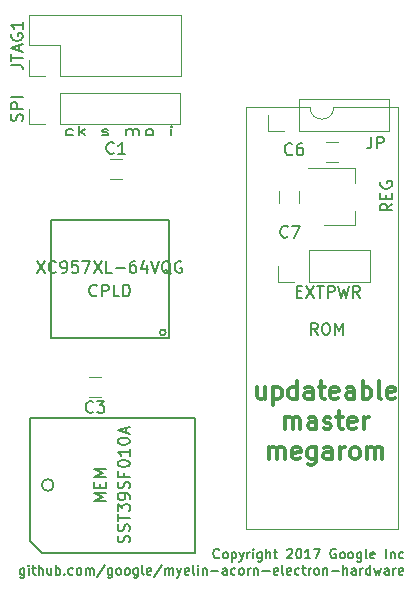
<source format=gto>
G04 #@! TF.FileFunction,Legend,Top*
%FSLAX46Y46*%
G04 Gerber Fmt 4.6, Leading zero omitted, Abs format (unit mm)*
G04 Created by KiCad (PCBNEW 4.0.6) date Saturday, October 28, 2017 'PMt' 05:20:16 PM*
%MOMM*%
%LPD*%
G01*
G04 APERTURE LIST*
%ADD10C,0.100000*%
%ADD11C,0.177800*%
%ADD12C,0.300000*%
%ADD13C,0.120000*%
%ADD14C,0.150000*%
G04 APERTURE END LIST*
D10*
D11*
X110119287Y-53988429D02*
X109998334Y-54024714D01*
X109756430Y-54024714D01*
X109635477Y-53988429D01*
X109575001Y-53952143D01*
X109514525Y-53879571D01*
X109514525Y-53661857D01*
X109575001Y-53589286D01*
X109635477Y-53553000D01*
X109756430Y-53516714D01*
X109998334Y-53516714D01*
X110119287Y-53553000D01*
X110663572Y-54024714D02*
X110663572Y-53262714D01*
X110784524Y-53734429D02*
X111147381Y-54024714D01*
X111147381Y-53516714D02*
X110663572Y-53807000D01*
X112598810Y-53988429D02*
X112719762Y-54024714D01*
X112961667Y-54024714D01*
X113082619Y-53988429D01*
X113143095Y-53915857D01*
X113143095Y-53879571D01*
X113082619Y-53807000D01*
X112961667Y-53770714D01*
X112780238Y-53770714D01*
X112659286Y-53734429D01*
X112598810Y-53661857D01*
X112598810Y-53625571D01*
X112659286Y-53553000D01*
X112780238Y-53516714D01*
X112961667Y-53516714D01*
X113082619Y-53553000D01*
X114655000Y-54024714D02*
X114655000Y-53516714D01*
X114655000Y-53589286D02*
X114715476Y-53553000D01*
X114836429Y-53516714D01*
X115017857Y-53516714D01*
X115138809Y-53553000D01*
X115199286Y-53625571D01*
X115199286Y-54024714D01*
X115199286Y-53625571D02*
X115259762Y-53553000D01*
X115380714Y-53516714D01*
X115562143Y-53516714D01*
X115683095Y-53553000D01*
X115743571Y-53625571D01*
X115743571Y-54024714D01*
X116529762Y-54024714D02*
X116408809Y-53988429D01*
X116348333Y-53952143D01*
X116287857Y-53879571D01*
X116287857Y-53661857D01*
X116348333Y-53589286D01*
X116408809Y-53553000D01*
X116529762Y-53516714D01*
X116711190Y-53516714D01*
X116832142Y-53553000D01*
X116892619Y-53589286D01*
X116953095Y-53661857D01*
X116953095Y-53879571D01*
X116892619Y-53952143D01*
X116832142Y-53988429D01*
X116711190Y-54024714D01*
X116529762Y-54024714D01*
X118465000Y-54024714D02*
X118465000Y-53516714D01*
X118465000Y-53262714D02*
X118404524Y-53299000D01*
X118465000Y-53335286D01*
X118525476Y-53299000D01*
X118465000Y-53262714D01*
X118465000Y-53335286D01*
X122516662Y-89756814D02*
X122478567Y-89794910D01*
X122364281Y-89833005D01*
X122288091Y-89833005D01*
X122173805Y-89794910D01*
X122097614Y-89718719D01*
X122059519Y-89642529D01*
X122021424Y-89490148D01*
X122021424Y-89375862D01*
X122059519Y-89223481D01*
X122097614Y-89147290D01*
X122173805Y-89071100D01*
X122288091Y-89033005D01*
X122364281Y-89033005D01*
X122478567Y-89071100D01*
X122516662Y-89109195D01*
X122973805Y-89833005D02*
X122897614Y-89794910D01*
X122859519Y-89756814D01*
X122821424Y-89680624D01*
X122821424Y-89452052D01*
X122859519Y-89375862D01*
X122897614Y-89337767D01*
X122973805Y-89299671D01*
X123088091Y-89299671D01*
X123164281Y-89337767D01*
X123202376Y-89375862D01*
X123240472Y-89452052D01*
X123240472Y-89680624D01*
X123202376Y-89756814D01*
X123164281Y-89794910D01*
X123088091Y-89833005D01*
X122973805Y-89833005D01*
X123583329Y-89299671D02*
X123583329Y-90099671D01*
X123583329Y-89337767D02*
X123659520Y-89299671D01*
X123811901Y-89299671D01*
X123888091Y-89337767D01*
X123926186Y-89375862D01*
X123964282Y-89452052D01*
X123964282Y-89680624D01*
X123926186Y-89756814D01*
X123888091Y-89794910D01*
X123811901Y-89833005D01*
X123659520Y-89833005D01*
X123583329Y-89794910D01*
X124230949Y-89299671D02*
X124421425Y-89833005D01*
X124611901Y-89299671D02*
X124421425Y-89833005D01*
X124345234Y-90023481D01*
X124307139Y-90061576D01*
X124230949Y-90099671D01*
X124916663Y-89833005D02*
X124916663Y-89299671D01*
X124916663Y-89452052D02*
X124954758Y-89375862D01*
X124992854Y-89337767D01*
X125069044Y-89299671D01*
X125145235Y-89299671D01*
X125411901Y-89833005D02*
X125411901Y-89299671D01*
X125411901Y-89033005D02*
X125373806Y-89071100D01*
X125411901Y-89109195D01*
X125449996Y-89071100D01*
X125411901Y-89033005D01*
X125411901Y-89109195D01*
X126135710Y-89299671D02*
X126135710Y-89947290D01*
X126097615Y-90023481D01*
X126059520Y-90061576D01*
X125983329Y-90099671D01*
X125869044Y-90099671D01*
X125792853Y-90061576D01*
X126135710Y-89794910D02*
X126059520Y-89833005D01*
X125907139Y-89833005D01*
X125830948Y-89794910D01*
X125792853Y-89756814D01*
X125754758Y-89680624D01*
X125754758Y-89452052D01*
X125792853Y-89375862D01*
X125830948Y-89337767D01*
X125907139Y-89299671D01*
X126059520Y-89299671D01*
X126135710Y-89337767D01*
X126516663Y-89833005D02*
X126516663Y-89033005D01*
X126859520Y-89833005D02*
X126859520Y-89413957D01*
X126821425Y-89337767D01*
X126745235Y-89299671D01*
X126630949Y-89299671D01*
X126554758Y-89337767D01*
X126516663Y-89375862D01*
X127126187Y-89299671D02*
X127430949Y-89299671D01*
X127240473Y-89033005D02*
X127240473Y-89718719D01*
X127278568Y-89794910D01*
X127354759Y-89833005D01*
X127430949Y-89833005D01*
X128269045Y-89109195D02*
X128307140Y-89071100D01*
X128383331Y-89033005D01*
X128573807Y-89033005D01*
X128649997Y-89071100D01*
X128688093Y-89109195D01*
X128726188Y-89185386D01*
X128726188Y-89261576D01*
X128688093Y-89375862D01*
X128230950Y-89833005D01*
X128726188Y-89833005D01*
X129221426Y-89033005D02*
X129297617Y-89033005D01*
X129373807Y-89071100D01*
X129411902Y-89109195D01*
X129449998Y-89185386D01*
X129488093Y-89337767D01*
X129488093Y-89528243D01*
X129449998Y-89680624D01*
X129411902Y-89756814D01*
X129373807Y-89794910D01*
X129297617Y-89833005D01*
X129221426Y-89833005D01*
X129145236Y-89794910D01*
X129107140Y-89756814D01*
X129069045Y-89680624D01*
X129030950Y-89528243D01*
X129030950Y-89337767D01*
X129069045Y-89185386D01*
X129107140Y-89109195D01*
X129145236Y-89071100D01*
X129221426Y-89033005D01*
X130249998Y-89833005D02*
X129792855Y-89833005D01*
X130021426Y-89833005D02*
X130021426Y-89033005D01*
X129945236Y-89147290D01*
X129869045Y-89223481D01*
X129792855Y-89261576D01*
X130516665Y-89033005D02*
X131049998Y-89033005D01*
X130707141Y-89833005D01*
X132383332Y-89071100D02*
X132307141Y-89033005D01*
X132192856Y-89033005D01*
X132078570Y-89071100D01*
X132002379Y-89147290D01*
X131964284Y-89223481D01*
X131926189Y-89375862D01*
X131926189Y-89490148D01*
X131964284Y-89642529D01*
X132002379Y-89718719D01*
X132078570Y-89794910D01*
X132192856Y-89833005D01*
X132269046Y-89833005D01*
X132383332Y-89794910D01*
X132421427Y-89756814D01*
X132421427Y-89490148D01*
X132269046Y-89490148D01*
X132878570Y-89833005D02*
X132802379Y-89794910D01*
X132764284Y-89756814D01*
X132726189Y-89680624D01*
X132726189Y-89452052D01*
X132764284Y-89375862D01*
X132802379Y-89337767D01*
X132878570Y-89299671D01*
X132992856Y-89299671D01*
X133069046Y-89337767D01*
X133107141Y-89375862D01*
X133145237Y-89452052D01*
X133145237Y-89680624D01*
X133107141Y-89756814D01*
X133069046Y-89794910D01*
X132992856Y-89833005D01*
X132878570Y-89833005D01*
X133602380Y-89833005D02*
X133526189Y-89794910D01*
X133488094Y-89756814D01*
X133449999Y-89680624D01*
X133449999Y-89452052D01*
X133488094Y-89375862D01*
X133526189Y-89337767D01*
X133602380Y-89299671D01*
X133716666Y-89299671D01*
X133792856Y-89337767D01*
X133830951Y-89375862D01*
X133869047Y-89452052D01*
X133869047Y-89680624D01*
X133830951Y-89756814D01*
X133792856Y-89794910D01*
X133716666Y-89833005D01*
X133602380Y-89833005D01*
X134554761Y-89299671D02*
X134554761Y-89947290D01*
X134516666Y-90023481D01*
X134478571Y-90061576D01*
X134402380Y-90099671D01*
X134288095Y-90099671D01*
X134211904Y-90061576D01*
X134554761Y-89794910D02*
X134478571Y-89833005D01*
X134326190Y-89833005D01*
X134249999Y-89794910D01*
X134211904Y-89756814D01*
X134173809Y-89680624D01*
X134173809Y-89452052D01*
X134211904Y-89375862D01*
X134249999Y-89337767D01*
X134326190Y-89299671D01*
X134478571Y-89299671D01*
X134554761Y-89337767D01*
X135050000Y-89833005D02*
X134973809Y-89794910D01*
X134935714Y-89718719D01*
X134935714Y-89033005D01*
X135659524Y-89794910D02*
X135583334Y-89833005D01*
X135430953Y-89833005D01*
X135354762Y-89794910D01*
X135316667Y-89718719D01*
X135316667Y-89413957D01*
X135354762Y-89337767D01*
X135430953Y-89299671D01*
X135583334Y-89299671D01*
X135659524Y-89337767D01*
X135697619Y-89413957D01*
X135697619Y-89490148D01*
X135316667Y-89566338D01*
X136650000Y-89833005D02*
X136650000Y-89033005D01*
X137030952Y-89299671D02*
X137030952Y-89833005D01*
X137030952Y-89375862D02*
X137069047Y-89337767D01*
X137145238Y-89299671D01*
X137259524Y-89299671D01*
X137335714Y-89337767D01*
X137373809Y-89413957D01*
X137373809Y-89833005D01*
X138097619Y-89794910D02*
X138021429Y-89833005D01*
X137869048Y-89833005D01*
X137792857Y-89794910D01*
X137754762Y-89756814D01*
X137716667Y-89680624D01*
X137716667Y-89452052D01*
X137754762Y-89375862D01*
X137792857Y-89337767D01*
X137869048Y-89299671D01*
X138021429Y-89299671D01*
X138097619Y-89337767D01*
X106021422Y-90677471D02*
X106021422Y-91325090D01*
X105983327Y-91401281D01*
X105945232Y-91439376D01*
X105869041Y-91477471D01*
X105754756Y-91477471D01*
X105678565Y-91439376D01*
X106021422Y-91172710D02*
X105945232Y-91210805D01*
X105792851Y-91210805D01*
X105716660Y-91172710D01*
X105678565Y-91134614D01*
X105640470Y-91058424D01*
X105640470Y-90829852D01*
X105678565Y-90753662D01*
X105716660Y-90715567D01*
X105792851Y-90677471D01*
X105945232Y-90677471D01*
X106021422Y-90715567D01*
X106402375Y-91210805D02*
X106402375Y-90677471D01*
X106402375Y-90410805D02*
X106364280Y-90448900D01*
X106402375Y-90486995D01*
X106440470Y-90448900D01*
X106402375Y-90410805D01*
X106402375Y-90486995D01*
X106669041Y-90677471D02*
X106973803Y-90677471D01*
X106783327Y-90410805D02*
X106783327Y-91096519D01*
X106821422Y-91172710D01*
X106897613Y-91210805D01*
X106973803Y-91210805D01*
X107240470Y-91210805D02*
X107240470Y-90410805D01*
X107583327Y-91210805D02*
X107583327Y-90791757D01*
X107545232Y-90715567D01*
X107469042Y-90677471D01*
X107354756Y-90677471D01*
X107278565Y-90715567D01*
X107240470Y-90753662D01*
X108307137Y-90677471D02*
X108307137Y-91210805D01*
X107964280Y-90677471D02*
X107964280Y-91096519D01*
X108002375Y-91172710D01*
X108078566Y-91210805D01*
X108192852Y-91210805D01*
X108269042Y-91172710D01*
X108307137Y-91134614D01*
X108688090Y-91210805D02*
X108688090Y-90410805D01*
X108688090Y-90715567D02*
X108764281Y-90677471D01*
X108916662Y-90677471D01*
X108992852Y-90715567D01*
X109030947Y-90753662D01*
X109069043Y-90829852D01*
X109069043Y-91058424D01*
X109030947Y-91134614D01*
X108992852Y-91172710D01*
X108916662Y-91210805D01*
X108764281Y-91210805D01*
X108688090Y-91172710D01*
X109411900Y-91134614D02*
X109449995Y-91172710D01*
X109411900Y-91210805D01*
X109373805Y-91172710D01*
X109411900Y-91134614D01*
X109411900Y-91210805D01*
X110135709Y-91172710D02*
X110059519Y-91210805D01*
X109907138Y-91210805D01*
X109830947Y-91172710D01*
X109792852Y-91134614D01*
X109754757Y-91058424D01*
X109754757Y-90829852D01*
X109792852Y-90753662D01*
X109830947Y-90715567D01*
X109907138Y-90677471D01*
X110059519Y-90677471D01*
X110135709Y-90715567D01*
X110592852Y-91210805D02*
X110516661Y-91172710D01*
X110478566Y-91134614D01*
X110440471Y-91058424D01*
X110440471Y-90829852D01*
X110478566Y-90753662D01*
X110516661Y-90715567D01*
X110592852Y-90677471D01*
X110707138Y-90677471D01*
X110783328Y-90715567D01*
X110821423Y-90753662D01*
X110859519Y-90829852D01*
X110859519Y-91058424D01*
X110821423Y-91134614D01*
X110783328Y-91172710D01*
X110707138Y-91210805D01*
X110592852Y-91210805D01*
X111202376Y-91210805D02*
X111202376Y-90677471D01*
X111202376Y-90753662D02*
X111240471Y-90715567D01*
X111316662Y-90677471D01*
X111430948Y-90677471D01*
X111507138Y-90715567D01*
X111545233Y-90791757D01*
X111545233Y-91210805D01*
X111545233Y-90791757D02*
X111583329Y-90715567D01*
X111659519Y-90677471D01*
X111773805Y-90677471D01*
X111849995Y-90715567D01*
X111888090Y-90791757D01*
X111888090Y-91210805D01*
X112840472Y-90372710D02*
X112154757Y-91401281D01*
X113449995Y-90677471D02*
X113449995Y-91325090D01*
X113411900Y-91401281D01*
X113373805Y-91439376D01*
X113297614Y-91477471D01*
X113183329Y-91477471D01*
X113107138Y-91439376D01*
X113449995Y-91172710D02*
X113373805Y-91210805D01*
X113221424Y-91210805D01*
X113145233Y-91172710D01*
X113107138Y-91134614D01*
X113069043Y-91058424D01*
X113069043Y-90829852D01*
X113107138Y-90753662D01*
X113145233Y-90715567D01*
X113221424Y-90677471D01*
X113373805Y-90677471D01*
X113449995Y-90715567D01*
X113945234Y-91210805D02*
X113869043Y-91172710D01*
X113830948Y-91134614D01*
X113792853Y-91058424D01*
X113792853Y-90829852D01*
X113830948Y-90753662D01*
X113869043Y-90715567D01*
X113945234Y-90677471D01*
X114059520Y-90677471D01*
X114135710Y-90715567D01*
X114173805Y-90753662D01*
X114211901Y-90829852D01*
X114211901Y-91058424D01*
X114173805Y-91134614D01*
X114135710Y-91172710D01*
X114059520Y-91210805D01*
X113945234Y-91210805D01*
X114669044Y-91210805D02*
X114592853Y-91172710D01*
X114554758Y-91134614D01*
X114516663Y-91058424D01*
X114516663Y-90829852D01*
X114554758Y-90753662D01*
X114592853Y-90715567D01*
X114669044Y-90677471D01*
X114783330Y-90677471D01*
X114859520Y-90715567D01*
X114897615Y-90753662D01*
X114935711Y-90829852D01*
X114935711Y-91058424D01*
X114897615Y-91134614D01*
X114859520Y-91172710D01*
X114783330Y-91210805D01*
X114669044Y-91210805D01*
X115621425Y-90677471D02*
X115621425Y-91325090D01*
X115583330Y-91401281D01*
X115545235Y-91439376D01*
X115469044Y-91477471D01*
X115354759Y-91477471D01*
X115278568Y-91439376D01*
X115621425Y-91172710D02*
X115545235Y-91210805D01*
X115392854Y-91210805D01*
X115316663Y-91172710D01*
X115278568Y-91134614D01*
X115240473Y-91058424D01*
X115240473Y-90829852D01*
X115278568Y-90753662D01*
X115316663Y-90715567D01*
X115392854Y-90677471D01*
X115545235Y-90677471D01*
X115621425Y-90715567D01*
X116116664Y-91210805D02*
X116040473Y-91172710D01*
X116002378Y-91096519D01*
X116002378Y-90410805D01*
X116726188Y-91172710D02*
X116649998Y-91210805D01*
X116497617Y-91210805D01*
X116421426Y-91172710D01*
X116383331Y-91096519D01*
X116383331Y-90791757D01*
X116421426Y-90715567D01*
X116497617Y-90677471D01*
X116649998Y-90677471D01*
X116726188Y-90715567D01*
X116764283Y-90791757D01*
X116764283Y-90867948D01*
X116383331Y-90944138D01*
X117678569Y-90372710D02*
X116992854Y-91401281D01*
X117945235Y-91210805D02*
X117945235Y-90677471D01*
X117945235Y-90753662D02*
X117983330Y-90715567D01*
X118059521Y-90677471D01*
X118173807Y-90677471D01*
X118249997Y-90715567D01*
X118288092Y-90791757D01*
X118288092Y-91210805D01*
X118288092Y-90791757D02*
X118326188Y-90715567D01*
X118402378Y-90677471D01*
X118516664Y-90677471D01*
X118592854Y-90715567D01*
X118630949Y-90791757D01*
X118630949Y-91210805D01*
X118935712Y-90677471D02*
X119126188Y-91210805D01*
X119316664Y-90677471D02*
X119126188Y-91210805D01*
X119049997Y-91401281D01*
X119011902Y-91439376D01*
X118935712Y-91477471D01*
X119926188Y-91172710D02*
X119849998Y-91210805D01*
X119697617Y-91210805D01*
X119621426Y-91172710D01*
X119583331Y-91096519D01*
X119583331Y-90791757D01*
X119621426Y-90715567D01*
X119697617Y-90677471D01*
X119849998Y-90677471D01*
X119926188Y-90715567D01*
X119964283Y-90791757D01*
X119964283Y-90867948D01*
X119583331Y-90944138D01*
X120421426Y-91210805D02*
X120345235Y-91172710D01*
X120307140Y-91096519D01*
X120307140Y-90410805D01*
X120726188Y-91210805D02*
X120726188Y-90677471D01*
X120726188Y-90410805D02*
X120688093Y-90448900D01*
X120726188Y-90486995D01*
X120764283Y-90448900D01*
X120726188Y-90410805D01*
X120726188Y-90486995D01*
X121107140Y-90677471D02*
X121107140Y-91210805D01*
X121107140Y-90753662D02*
X121145235Y-90715567D01*
X121221426Y-90677471D01*
X121335712Y-90677471D01*
X121411902Y-90715567D01*
X121449997Y-90791757D01*
X121449997Y-91210805D01*
X121830950Y-90906043D02*
X122440474Y-90906043D01*
X123164283Y-91210805D02*
X123164283Y-90791757D01*
X123126188Y-90715567D01*
X123049998Y-90677471D01*
X122897617Y-90677471D01*
X122821426Y-90715567D01*
X123164283Y-91172710D02*
X123088093Y-91210805D01*
X122897617Y-91210805D01*
X122821426Y-91172710D01*
X122783331Y-91096519D01*
X122783331Y-91020329D01*
X122821426Y-90944138D01*
X122897617Y-90906043D01*
X123088093Y-90906043D01*
X123164283Y-90867948D01*
X123888093Y-91172710D02*
X123811903Y-91210805D01*
X123659522Y-91210805D01*
X123583331Y-91172710D01*
X123545236Y-91134614D01*
X123507141Y-91058424D01*
X123507141Y-90829852D01*
X123545236Y-90753662D01*
X123583331Y-90715567D01*
X123659522Y-90677471D01*
X123811903Y-90677471D01*
X123888093Y-90715567D01*
X124345236Y-91210805D02*
X124269045Y-91172710D01*
X124230950Y-91134614D01*
X124192855Y-91058424D01*
X124192855Y-90829852D01*
X124230950Y-90753662D01*
X124269045Y-90715567D01*
X124345236Y-90677471D01*
X124459522Y-90677471D01*
X124535712Y-90715567D01*
X124573807Y-90753662D01*
X124611903Y-90829852D01*
X124611903Y-91058424D01*
X124573807Y-91134614D01*
X124535712Y-91172710D01*
X124459522Y-91210805D01*
X124345236Y-91210805D01*
X124954760Y-91210805D02*
X124954760Y-90677471D01*
X124954760Y-90829852D02*
X124992855Y-90753662D01*
X125030951Y-90715567D01*
X125107141Y-90677471D01*
X125183332Y-90677471D01*
X125449998Y-90677471D02*
X125449998Y-91210805D01*
X125449998Y-90753662D02*
X125488093Y-90715567D01*
X125564284Y-90677471D01*
X125678570Y-90677471D01*
X125754760Y-90715567D01*
X125792855Y-90791757D01*
X125792855Y-91210805D01*
X126173808Y-90906043D02*
X126783332Y-90906043D01*
X127469046Y-91172710D02*
X127392856Y-91210805D01*
X127240475Y-91210805D01*
X127164284Y-91172710D01*
X127126189Y-91096519D01*
X127126189Y-90791757D01*
X127164284Y-90715567D01*
X127240475Y-90677471D01*
X127392856Y-90677471D01*
X127469046Y-90715567D01*
X127507141Y-90791757D01*
X127507141Y-90867948D01*
X127126189Y-90944138D01*
X127964284Y-91210805D02*
X127888093Y-91172710D01*
X127849998Y-91096519D01*
X127849998Y-90410805D01*
X128573808Y-91172710D02*
X128497618Y-91210805D01*
X128345237Y-91210805D01*
X128269046Y-91172710D01*
X128230951Y-91096519D01*
X128230951Y-90791757D01*
X128269046Y-90715567D01*
X128345237Y-90677471D01*
X128497618Y-90677471D01*
X128573808Y-90715567D01*
X128611903Y-90791757D01*
X128611903Y-90867948D01*
X128230951Y-90944138D01*
X129297617Y-91172710D02*
X129221427Y-91210805D01*
X129069046Y-91210805D01*
X128992855Y-91172710D01*
X128954760Y-91134614D01*
X128916665Y-91058424D01*
X128916665Y-90829852D01*
X128954760Y-90753662D01*
X128992855Y-90715567D01*
X129069046Y-90677471D01*
X129221427Y-90677471D01*
X129297617Y-90715567D01*
X129526188Y-90677471D02*
X129830950Y-90677471D01*
X129640474Y-90410805D02*
X129640474Y-91096519D01*
X129678569Y-91172710D01*
X129754760Y-91210805D01*
X129830950Y-91210805D01*
X130097617Y-91210805D02*
X130097617Y-90677471D01*
X130097617Y-90829852D02*
X130135712Y-90753662D01*
X130173808Y-90715567D01*
X130249998Y-90677471D01*
X130326189Y-90677471D01*
X130707141Y-91210805D02*
X130630950Y-91172710D01*
X130592855Y-91134614D01*
X130554760Y-91058424D01*
X130554760Y-90829852D01*
X130592855Y-90753662D01*
X130630950Y-90715567D01*
X130707141Y-90677471D01*
X130821427Y-90677471D01*
X130897617Y-90715567D01*
X130935712Y-90753662D01*
X130973808Y-90829852D01*
X130973808Y-91058424D01*
X130935712Y-91134614D01*
X130897617Y-91172710D01*
X130821427Y-91210805D01*
X130707141Y-91210805D01*
X131316665Y-90677471D02*
X131316665Y-91210805D01*
X131316665Y-90753662D02*
X131354760Y-90715567D01*
X131430951Y-90677471D01*
X131545237Y-90677471D01*
X131621427Y-90715567D01*
X131659522Y-90791757D01*
X131659522Y-91210805D01*
X132040475Y-90906043D02*
X132649999Y-90906043D01*
X133030951Y-91210805D02*
X133030951Y-90410805D01*
X133373808Y-91210805D02*
X133373808Y-90791757D01*
X133335713Y-90715567D01*
X133259523Y-90677471D01*
X133145237Y-90677471D01*
X133069046Y-90715567D01*
X133030951Y-90753662D01*
X134097618Y-91210805D02*
X134097618Y-90791757D01*
X134059523Y-90715567D01*
X133983333Y-90677471D01*
X133830952Y-90677471D01*
X133754761Y-90715567D01*
X134097618Y-91172710D02*
X134021428Y-91210805D01*
X133830952Y-91210805D01*
X133754761Y-91172710D01*
X133716666Y-91096519D01*
X133716666Y-91020329D01*
X133754761Y-90944138D01*
X133830952Y-90906043D01*
X134021428Y-90906043D01*
X134097618Y-90867948D01*
X134478571Y-91210805D02*
X134478571Y-90677471D01*
X134478571Y-90829852D02*
X134516666Y-90753662D01*
X134554762Y-90715567D01*
X134630952Y-90677471D01*
X134707143Y-90677471D01*
X135316666Y-91210805D02*
X135316666Y-90410805D01*
X135316666Y-91172710D02*
X135240476Y-91210805D01*
X135088095Y-91210805D01*
X135011904Y-91172710D01*
X134973809Y-91134614D01*
X134935714Y-91058424D01*
X134935714Y-90829852D01*
X134973809Y-90753662D01*
X135011904Y-90715567D01*
X135088095Y-90677471D01*
X135240476Y-90677471D01*
X135316666Y-90715567D01*
X135621429Y-90677471D02*
X135773810Y-91210805D01*
X135926191Y-90829852D01*
X136078572Y-91210805D01*
X136230953Y-90677471D01*
X136878571Y-91210805D02*
X136878571Y-90791757D01*
X136840476Y-90715567D01*
X136764286Y-90677471D01*
X136611905Y-90677471D01*
X136535714Y-90715567D01*
X136878571Y-91172710D02*
X136802381Y-91210805D01*
X136611905Y-91210805D01*
X136535714Y-91172710D01*
X136497619Y-91096519D01*
X136497619Y-91020329D01*
X136535714Y-90944138D01*
X136611905Y-90906043D01*
X136802381Y-90906043D01*
X136878571Y-90867948D01*
X137259524Y-91210805D02*
X137259524Y-90677471D01*
X137259524Y-90829852D02*
X137297619Y-90753662D01*
X137335715Y-90715567D01*
X137411905Y-90677471D01*
X137488096Y-90677471D01*
X138059524Y-91172710D02*
X137983334Y-91210805D01*
X137830953Y-91210805D01*
X137754762Y-91172710D01*
X137716667Y-91096519D01*
X137716667Y-90791757D01*
X137754762Y-90715567D01*
X137830953Y-90677471D01*
X137983334Y-90677471D01*
X138059524Y-90715567D01*
X138097619Y-90791757D01*
X138097619Y-90867948D01*
X137716667Y-90944138D01*
D12*
X126371429Y-75328571D02*
X126371429Y-76328571D01*
X125728572Y-75328571D02*
X125728572Y-76114286D01*
X125800000Y-76257143D01*
X125942858Y-76328571D01*
X126157143Y-76328571D01*
X126300000Y-76257143D01*
X126371429Y-76185714D01*
X127085715Y-75328571D02*
X127085715Y-76828571D01*
X127085715Y-75400000D02*
X127228572Y-75328571D01*
X127514286Y-75328571D01*
X127657143Y-75400000D01*
X127728572Y-75471429D01*
X127800001Y-75614286D01*
X127800001Y-76042857D01*
X127728572Y-76185714D01*
X127657143Y-76257143D01*
X127514286Y-76328571D01*
X127228572Y-76328571D01*
X127085715Y-76257143D01*
X129085715Y-76328571D02*
X129085715Y-74828571D01*
X129085715Y-76257143D02*
X128942858Y-76328571D01*
X128657144Y-76328571D01*
X128514286Y-76257143D01*
X128442858Y-76185714D01*
X128371429Y-76042857D01*
X128371429Y-75614286D01*
X128442858Y-75471429D01*
X128514286Y-75400000D01*
X128657144Y-75328571D01*
X128942858Y-75328571D01*
X129085715Y-75400000D01*
X130442858Y-76328571D02*
X130442858Y-75542857D01*
X130371429Y-75400000D01*
X130228572Y-75328571D01*
X129942858Y-75328571D01*
X129800001Y-75400000D01*
X130442858Y-76257143D02*
X130300001Y-76328571D01*
X129942858Y-76328571D01*
X129800001Y-76257143D01*
X129728572Y-76114286D01*
X129728572Y-75971429D01*
X129800001Y-75828571D01*
X129942858Y-75757143D01*
X130300001Y-75757143D01*
X130442858Y-75685714D01*
X130942858Y-75328571D02*
X131514287Y-75328571D01*
X131157144Y-74828571D02*
X131157144Y-76114286D01*
X131228572Y-76257143D01*
X131371430Y-76328571D01*
X131514287Y-76328571D01*
X132585715Y-76257143D02*
X132442858Y-76328571D01*
X132157144Y-76328571D01*
X132014287Y-76257143D01*
X131942858Y-76114286D01*
X131942858Y-75542857D01*
X132014287Y-75400000D01*
X132157144Y-75328571D01*
X132442858Y-75328571D01*
X132585715Y-75400000D01*
X132657144Y-75542857D01*
X132657144Y-75685714D01*
X131942858Y-75828571D01*
X133942858Y-76328571D02*
X133942858Y-75542857D01*
X133871429Y-75400000D01*
X133728572Y-75328571D01*
X133442858Y-75328571D01*
X133300001Y-75400000D01*
X133942858Y-76257143D02*
X133800001Y-76328571D01*
X133442858Y-76328571D01*
X133300001Y-76257143D01*
X133228572Y-76114286D01*
X133228572Y-75971429D01*
X133300001Y-75828571D01*
X133442858Y-75757143D01*
X133800001Y-75757143D01*
X133942858Y-75685714D01*
X134657144Y-76328571D02*
X134657144Y-74828571D01*
X134657144Y-75400000D02*
X134800001Y-75328571D01*
X135085715Y-75328571D01*
X135228572Y-75400000D01*
X135300001Y-75471429D01*
X135371430Y-75614286D01*
X135371430Y-76042857D01*
X135300001Y-76185714D01*
X135228572Y-76257143D01*
X135085715Y-76328571D01*
X134800001Y-76328571D01*
X134657144Y-76257143D01*
X136228573Y-76328571D02*
X136085715Y-76257143D01*
X136014287Y-76114286D01*
X136014287Y-74828571D01*
X137371429Y-76257143D02*
X137228572Y-76328571D01*
X136942858Y-76328571D01*
X136800001Y-76257143D01*
X136728572Y-76114286D01*
X136728572Y-75542857D01*
X136800001Y-75400000D01*
X136942858Y-75328571D01*
X137228572Y-75328571D01*
X137371429Y-75400000D01*
X137442858Y-75542857D01*
X137442858Y-75685714D01*
X136728572Y-75828571D01*
X128085715Y-78878571D02*
X128085715Y-77878571D01*
X128085715Y-78021429D02*
X128157143Y-77950000D01*
X128300001Y-77878571D01*
X128514286Y-77878571D01*
X128657143Y-77950000D01*
X128728572Y-78092857D01*
X128728572Y-78878571D01*
X128728572Y-78092857D02*
X128800001Y-77950000D01*
X128942858Y-77878571D01*
X129157143Y-77878571D01*
X129300001Y-77950000D01*
X129371429Y-78092857D01*
X129371429Y-78878571D01*
X130728572Y-78878571D02*
X130728572Y-78092857D01*
X130657143Y-77950000D01*
X130514286Y-77878571D01*
X130228572Y-77878571D01*
X130085715Y-77950000D01*
X130728572Y-78807143D02*
X130585715Y-78878571D01*
X130228572Y-78878571D01*
X130085715Y-78807143D01*
X130014286Y-78664286D01*
X130014286Y-78521429D01*
X130085715Y-78378571D01*
X130228572Y-78307143D01*
X130585715Y-78307143D01*
X130728572Y-78235714D01*
X131371429Y-78807143D02*
X131514286Y-78878571D01*
X131800001Y-78878571D01*
X131942858Y-78807143D01*
X132014286Y-78664286D01*
X132014286Y-78592857D01*
X131942858Y-78450000D01*
X131800001Y-78378571D01*
X131585715Y-78378571D01*
X131442858Y-78307143D01*
X131371429Y-78164286D01*
X131371429Y-78092857D01*
X131442858Y-77950000D01*
X131585715Y-77878571D01*
X131800001Y-77878571D01*
X131942858Y-77950000D01*
X132442858Y-77878571D02*
X133014287Y-77878571D01*
X132657144Y-77378571D02*
X132657144Y-78664286D01*
X132728572Y-78807143D01*
X132871430Y-78878571D01*
X133014287Y-78878571D01*
X134085715Y-78807143D02*
X133942858Y-78878571D01*
X133657144Y-78878571D01*
X133514287Y-78807143D01*
X133442858Y-78664286D01*
X133442858Y-78092857D01*
X133514287Y-77950000D01*
X133657144Y-77878571D01*
X133942858Y-77878571D01*
X134085715Y-77950000D01*
X134157144Y-78092857D01*
X134157144Y-78235714D01*
X133442858Y-78378571D01*
X134800001Y-78878571D02*
X134800001Y-77878571D01*
X134800001Y-78164286D02*
X134871429Y-78021429D01*
X134942858Y-77950000D01*
X135085715Y-77878571D01*
X135228572Y-77878571D01*
X126764286Y-81428571D02*
X126764286Y-80428571D01*
X126764286Y-80571429D02*
X126835714Y-80500000D01*
X126978572Y-80428571D01*
X127192857Y-80428571D01*
X127335714Y-80500000D01*
X127407143Y-80642857D01*
X127407143Y-81428571D01*
X127407143Y-80642857D02*
X127478572Y-80500000D01*
X127621429Y-80428571D01*
X127835714Y-80428571D01*
X127978572Y-80500000D01*
X128050000Y-80642857D01*
X128050000Y-81428571D01*
X129335714Y-81357143D02*
X129192857Y-81428571D01*
X128907143Y-81428571D01*
X128764286Y-81357143D01*
X128692857Y-81214286D01*
X128692857Y-80642857D01*
X128764286Y-80500000D01*
X128907143Y-80428571D01*
X129192857Y-80428571D01*
X129335714Y-80500000D01*
X129407143Y-80642857D01*
X129407143Y-80785714D01*
X128692857Y-80928571D01*
X130692857Y-80428571D02*
X130692857Y-81642857D01*
X130621428Y-81785714D01*
X130550000Y-81857143D01*
X130407143Y-81928571D01*
X130192857Y-81928571D01*
X130050000Y-81857143D01*
X130692857Y-81357143D02*
X130550000Y-81428571D01*
X130264286Y-81428571D01*
X130121428Y-81357143D01*
X130050000Y-81285714D01*
X129978571Y-81142857D01*
X129978571Y-80714286D01*
X130050000Y-80571429D01*
X130121428Y-80500000D01*
X130264286Y-80428571D01*
X130550000Y-80428571D01*
X130692857Y-80500000D01*
X132050000Y-81428571D02*
X132050000Y-80642857D01*
X131978571Y-80500000D01*
X131835714Y-80428571D01*
X131550000Y-80428571D01*
X131407143Y-80500000D01*
X132050000Y-81357143D02*
X131907143Y-81428571D01*
X131550000Y-81428571D01*
X131407143Y-81357143D01*
X131335714Y-81214286D01*
X131335714Y-81071429D01*
X131407143Y-80928571D01*
X131550000Y-80857143D01*
X131907143Y-80857143D01*
X132050000Y-80785714D01*
X132764286Y-81428571D02*
X132764286Y-80428571D01*
X132764286Y-80714286D02*
X132835714Y-80571429D01*
X132907143Y-80500000D01*
X133050000Y-80428571D01*
X133192857Y-80428571D01*
X133907143Y-81428571D02*
X133764285Y-81357143D01*
X133692857Y-81285714D01*
X133621428Y-81142857D01*
X133621428Y-80714286D01*
X133692857Y-80571429D01*
X133764285Y-80500000D01*
X133907143Y-80428571D01*
X134121428Y-80428571D01*
X134264285Y-80500000D01*
X134335714Y-80571429D01*
X134407143Y-80714286D01*
X134407143Y-81142857D01*
X134335714Y-81285714D01*
X134264285Y-81357143D01*
X134121428Y-81428571D01*
X133907143Y-81428571D01*
X135050000Y-81428571D02*
X135050000Y-80428571D01*
X135050000Y-80571429D02*
X135121428Y-80500000D01*
X135264286Y-80428571D01*
X135478571Y-80428571D01*
X135621428Y-80500000D01*
X135692857Y-80642857D01*
X135692857Y-81428571D01*
X135692857Y-80642857D02*
X135764286Y-80500000D01*
X135907143Y-80428571D01*
X136121428Y-80428571D01*
X136264286Y-80500000D01*
X136335714Y-80642857D01*
X136335714Y-81428571D01*
D13*
X114260000Y-56040000D02*
X113260000Y-56040000D01*
X113260000Y-57740000D02*
X114260000Y-57740000D01*
X111510000Y-76150000D02*
X112510000Y-76150000D01*
X112510000Y-74450000D02*
X111510000Y-74450000D01*
D14*
X118250000Y-71200000D02*
X118250000Y-61200000D01*
X118250000Y-61200000D02*
X108250000Y-61200000D01*
X108250000Y-61200000D02*
X108250000Y-71200000D01*
X108250000Y-71200000D02*
X118250000Y-71200000D01*
X118000000Y-70700000D02*
G75*
G03X118000000Y-70700000I-250000J0D01*
G01*
D13*
X119260000Y-49000000D02*
X119260000Y-43800000D01*
X109040000Y-49000000D02*
X119260000Y-49000000D01*
X106440000Y-43800000D02*
X119260000Y-43800000D01*
X109040000Y-49000000D02*
X109040000Y-46400000D01*
X109040000Y-46400000D02*
X106440000Y-46400000D01*
X106440000Y-46400000D02*
X106440000Y-43800000D01*
X107770000Y-49000000D02*
X106440000Y-49000000D01*
X106440000Y-49000000D02*
X106440000Y-47670000D01*
X132220000Y-51650000D02*
G75*
G02X130220000Y-51650000I-1000000J0D01*
G01*
X130220000Y-51650000D02*
X124760000Y-51650000D01*
X124760000Y-51650000D02*
X124760000Y-87330000D01*
X124760000Y-87330000D02*
X137680000Y-87330000D01*
X137680000Y-87330000D02*
X137680000Y-51650000D01*
X137680000Y-51650000D02*
X132220000Y-51650000D01*
D14*
X107505000Y-89335000D02*
X120475000Y-89335000D01*
X120475000Y-89335000D02*
X120475000Y-77905000D01*
X120475000Y-77905000D02*
X106505000Y-77905000D01*
X106505000Y-77905000D02*
X106505000Y-88335000D01*
X106505000Y-88335000D02*
X107505000Y-89335000D01*
X108505000Y-83620000D02*
G75*
G03X108505000Y-83620000I-500000J0D01*
G01*
D13*
X132580000Y-54550000D02*
X131580000Y-54550000D01*
X131580000Y-56250000D02*
X132580000Y-56250000D01*
X127580000Y-58720000D02*
X127580000Y-59720000D01*
X129280000Y-59720000D02*
X129280000Y-58720000D01*
X135250000Y-66410000D02*
X135250000Y-63750000D01*
X130110000Y-66410000D02*
X135250000Y-66410000D01*
X130110000Y-63750000D02*
X135250000Y-63750000D01*
X130110000Y-66410000D02*
X130110000Y-63750000D01*
X128840000Y-66410000D02*
X127510000Y-66410000D01*
X127510000Y-66410000D02*
X127510000Y-65080000D01*
X134056500Y-60420000D02*
X134056500Y-61620000D01*
X134056500Y-61620000D02*
X131356500Y-61620000D01*
X130056500Y-56820000D02*
X134056500Y-56820000D01*
X134056500Y-56820000D02*
X134056500Y-58020000D01*
X136920000Y-53620000D02*
X136920000Y-50960000D01*
X129240000Y-53620000D02*
X136920000Y-53620000D01*
X129240000Y-50960000D02*
X136920000Y-50960000D01*
X129240000Y-53620000D02*
X129240000Y-50960000D01*
X127970000Y-53620000D02*
X126640000Y-53620000D01*
X126640000Y-53620000D02*
X126640000Y-52290000D01*
X119240000Y-53090000D02*
X119240000Y-50430000D01*
X109020000Y-53090000D02*
X119240000Y-53090000D01*
X109020000Y-50430000D02*
X119240000Y-50430000D01*
X109020000Y-53090000D02*
X109020000Y-50430000D01*
X107750000Y-53090000D02*
X106420000Y-53090000D01*
X106420000Y-53090000D02*
X106420000Y-51760000D01*
D14*
X113593334Y-55497143D02*
X113545715Y-55544762D01*
X113402858Y-55592381D01*
X113307620Y-55592381D01*
X113164762Y-55544762D01*
X113069524Y-55449524D01*
X113021905Y-55354286D01*
X112974286Y-55163810D01*
X112974286Y-55020952D01*
X113021905Y-54830476D01*
X113069524Y-54735238D01*
X113164762Y-54640000D01*
X113307620Y-54592381D01*
X113402858Y-54592381D01*
X113545715Y-54640000D01*
X113593334Y-54687619D01*
X114545715Y-55592381D02*
X113974286Y-55592381D01*
X114260000Y-55592381D02*
X114260000Y-54592381D01*
X114164762Y-54735238D01*
X114069524Y-54830476D01*
X113974286Y-54878095D01*
X111843334Y-77407143D02*
X111795715Y-77454762D01*
X111652858Y-77502381D01*
X111557620Y-77502381D01*
X111414762Y-77454762D01*
X111319524Y-77359524D01*
X111271905Y-77264286D01*
X111224286Y-77073810D01*
X111224286Y-76930952D01*
X111271905Y-76740476D01*
X111319524Y-76645238D01*
X111414762Y-76550000D01*
X111557620Y-76502381D01*
X111652858Y-76502381D01*
X111795715Y-76550000D01*
X111843334Y-76597619D01*
X112176667Y-76502381D02*
X112795715Y-76502381D01*
X112462381Y-76883333D01*
X112605239Y-76883333D01*
X112700477Y-76930952D01*
X112748096Y-76978571D01*
X112795715Y-77073810D01*
X112795715Y-77311905D01*
X112748096Y-77407143D01*
X112700477Y-77454762D01*
X112605239Y-77502381D01*
X112319524Y-77502381D01*
X112224286Y-77454762D01*
X112176667Y-77407143D01*
X112154762Y-67557143D02*
X112107143Y-67604762D01*
X111964286Y-67652381D01*
X111869048Y-67652381D01*
X111726190Y-67604762D01*
X111630952Y-67509524D01*
X111583333Y-67414286D01*
X111535714Y-67223810D01*
X111535714Y-67080952D01*
X111583333Y-66890476D01*
X111630952Y-66795238D01*
X111726190Y-66700000D01*
X111869048Y-66652381D01*
X111964286Y-66652381D01*
X112107143Y-66700000D01*
X112154762Y-66747619D01*
X112583333Y-67652381D02*
X112583333Y-66652381D01*
X112964286Y-66652381D01*
X113059524Y-66700000D01*
X113107143Y-66747619D01*
X113154762Y-66842857D01*
X113154762Y-66985714D01*
X113107143Y-67080952D01*
X113059524Y-67128571D01*
X112964286Y-67176190D01*
X112583333Y-67176190D01*
X114059524Y-67652381D02*
X113583333Y-67652381D01*
X113583333Y-66652381D01*
X114392857Y-67652381D02*
X114392857Y-66652381D01*
X114630952Y-66652381D01*
X114773810Y-66700000D01*
X114869048Y-66795238D01*
X114916667Y-66890476D01*
X114964286Y-67080952D01*
X114964286Y-67223810D01*
X114916667Y-67414286D01*
X114869048Y-67509524D01*
X114773810Y-67604762D01*
X114630952Y-67652381D01*
X114392857Y-67652381D01*
X107083333Y-64652381D02*
X107750000Y-65652381D01*
X107750000Y-64652381D02*
X107083333Y-65652381D01*
X108702381Y-65557143D02*
X108654762Y-65604762D01*
X108511905Y-65652381D01*
X108416667Y-65652381D01*
X108273809Y-65604762D01*
X108178571Y-65509524D01*
X108130952Y-65414286D01*
X108083333Y-65223810D01*
X108083333Y-65080952D01*
X108130952Y-64890476D01*
X108178571Y-64795238D01*
X108273809Y-64700000D01*
X108416667Y-64652381D01*
X108511905Y-64652381D01*
X108654762Y-64700000D01*
X108702381Y-64747619D01*
X109178571Y-65652381D02*
X109369047Y-65652381D01*
X109464286Y-65604762D01*
X109511905Y-65557143D01*
X109607143Y-65414286D01*
X109654762Y-65223810D01*
X109654762Y-64842857D01*
X109607143Y-64747619D01*
X109559524Y-64700000D01*
X109464286Y-64652381D01*
X109273809Y-64652381D01*
X109178571Y-64700000D01*
X109130952Y-64747619D01*
X109083333Y-64842857D01*
X109083333Y-65080952D01*
X109130952Y-65176190D01*
X109178571Y-65223810D01*
X109273809Y-65271429D01*
X109464286Y-65271429D01*
X109559524Y-65223810D01*
X109607143Y-65176190D01*
X109654762Y-65080952D01*
X110559524Y-64652381D02*
X110083333Y-64652381D01*
X110035714Y-65128571D01*
X110083333Y-65080952D01*
X110178571Y-65033333D01*
X110416667Y-65033333D01*
X110511905Y-65080952D01*
X110559524Y-65128571D01*
X110607143Y-65223810D01*
X110607143Y-65461905D01*
X110559524Y-65557143D01*
X110511905Y-65604762D01*
X110416667Y-65652381D01*
X110178571Y-65652381D01*
X110083333Y-65604762D01*
X110035714Y-65557143D01*
X110940476Y-64652381D02*
X111607143Y-64652381D01*
X111178571Y-65652381D01*
X111892857Y-64652381D02*
X112559524Y-65652381D01*
X112559524Y-64652381D02*
X111892857Y-65652381D01*
X113416667Y-65652381D02*
X112940476Y-65652381D01*
X112940476Y-64652381D01*
X113750000Y-65271429D02*
X114511905Y-65271429D01*
X115416667Y-64652381D02*
X115226190Y-64652381D01*
X115130952Y-64700000D01*
X115083333Y-64747619D01*
X114988095Y-64890476D01*
X114940476Y-65080952D01*
X114940476Y-65461905D01*
X114988095Y-65557143D01*
X115035714Y-65604762D01*
X115130952Y-65652381D01*
X115321429Y-65652381D01*
X115416667Y-65604762D01*
X115464286Y-65557143D01*
X115511905Y-65461905D01*
X115511905Y-65223810D01*
X115464286Y-65128571D01*
X115416667Y-65080952D01*
X115321429Y-65033333D01*
X115130952Y-65033333D01*
X115035714Y-65080952D01*
X114988095Y-65128571D01*
X114940476Y-65223810D01*
X116369048Y-64985714D02*
X116369048Y-65652381D01*
X116130952Y-64604762D02*
X115892857Y-65319048D01*
X116511905Y-65319048D01*
X116750000Y-64652381D02*
X117083333Y-65652381D01*
X117416667Y-64652381D01*
X118416667Y-65747619D02*
X118321429Y-65700000D01*
X118226191Y-65604762D01*
X118083334Y-65461905D01*
X117988095Y-65414286D01*
X117892857Y-65414286D01*
X117940476Y-65652381D02*
X117845238Y-65604762D01*
X117750000Y-65509524D01*
X117702381Y-65319048D01*
X117702381Y-64985714D01*
X117750000Y-64795238D01*
X117845238Y-64700000D01*
X117940476Y-64652381D01*
X118130953Y-64652381D01*
X118226191Y-64700000D01*
X118321429Y-64795238D01*
X118369048Y-64985714D01*
X118369048Y-65319048D01*
X118321429Y-65509524D01*
X118226191Y-65604762D01*
X118130953Y-65652381D01*
X117940476Y-65652381D01*
X119321429Y-64700000D02*
X119226191Y-64652381D01*
X119083334Y-64652381D01*
X118940476Y-64700000D01*
X118845238Y-64795238D01*
X118797619Y-64890476D01*
X118750000Y-65080952D01*
X118750000Y-65223810D01*
X118797619Y-65414286D01*
X118845238Y-65509524D01*
X118940476Y-65604762D01*
X119083334Y-65652381D01*
X119178572Y-65652381D01*
X119321429Y-65604762D01*
X119369048Y-65557143D01*
X119369048Y-65223810D01*
X119178572Y-65223810D01*
X104892381Y-48042857D02*
X105606667Y-48042857D01*
X105749524Y-48090477D01*
X105844762Y-48185715D01*
X105892381Y-48328572D01*
X105892381Y-48423810D01*
X104892381Y-47709524D02*
X104892381Y-47138095D01*
X105892381Y-47423810D02*
X104892381Y-47423810D01*
X105606667Y-46852381D02*
X105606667Y-46376190D01*
X105892381Y-46947619D02*
X104892381Y-46614286D01*
X105892381Y-46280952D01*
X104940000Y-45423809D02*
X104892381Y-45519047D01*
X104892381Y-45661904D01*
X104940000Y-45804762D01*
X105035238Y-45900000D01*
X105130476Y-45947619D01*
X105320952Y-45995238D01*
X105463810Y-45995238D01*
X105654286Y-45947619D01*
X105749524Y-45900000D01*
X105844762Y-45804762D01*
X105892381Y-45661904D01*
X105892381Y-45566666D01*
X105844762Y-45423809D01*
X105797143Y-45376190D01*
X105463810Y-45376190D01*
X105463810Y-45566666D01*
X105892381Y-44423809D02*
X105892381Y-44995238D01*
X105892381Y-44709524D02*
X104892381Y-44709524D01*
X105035238Y-44804762D01*
X105130476Y-44900000D01*
X105178095Y-44995238D01*
X130854286Y-70902381D02*
X130520952Y-70426190D01*
X130282857Y-70902381D02*
X130282857Y-69902381D01*
X130663810Y-69902381D01*
X130759048Y-69950000D01*
X130806667Y-69997619D01*
X130854286Y-70092857D01*
X130854286Y-70235714D01*
X130806667Y-70330952D01*
X130759048Y-70378571D01*
X130663810Y-70426190D01*
X130282857Y-70426190D01*
X131473333Y-69902381D02*
X131663810Y-69902381D01*
X131759048Y-69950000D01*
X131854286Y-70045238D01*
X131901905Y-70235714D01*
X131901905Y-70569048D01*
X131854286Y-70759524D01*
X131759048Y-70854762D01*
X131663810Y-70902381D01*
X131473333Y-70902381D01*
X131378095Y-70854762D01*
X131282857Y-70759524D01*
X131235238Y-70569048D01*
X131235238Y-70235714D01*
X131282857Y-70045238D01*
X131378095Y-69950000D01*
X131473333Y-69902381D01*
X132330476Y-70902381D02*
X132330476Y-69902381D01*
X132663810Y-70616667D01*
X132997143Y-69902381D01*
X132997143Y-70902381D01*
X112942381Y-84977143D02*
X111942381Y-84977143D01*
X112656667Y-84643809D01*
X111942381Y-84310476D01*
X112942381Y-84310476D01*
X112418571Y-83834286D02*
X112418571Y-83500952D01*
X112942381Y-83358095D02*
X112942381Y-83834286D01*
X111942381Y-83834286D01*
X111942381Y-83358095D01*
X112942381Y-82929524D02*
X111942381Y-82929524D01*
X112656667Y-82596190D01*
X111942381Y-82262857D01*
X112942381Y-82262857D01*
X114894762Y-88477143D02*
X114942381Y-88334286D01*
X114942381Y-88096190D01*
X114894762Y-88000952D01*
X114847143Y-87953333D01*
X114751905Y-87905714D01*
X114656667Y-87905714D01*
X114561429Y-87953333D01*
X114513810Y-88000952D01*
X114466190Y-88096190D01*
X114418571Y-88286667D01*
X114370952Y-88381905D01*
X114323333Y-88429524D01*
X114228095Y-88477143D01*
X114132857Y-88477143D01*
X114037619Y-88429524D01*
X113990000Y-88381905D01*
X113942381Y-88286667D01*
X113942381Y-88048571D01*
X113990000Y-87905714D01*
X114894762Y-87524762D02*
X114942381Y-87381905D01*
X114942381Y-87143809D01*
X114894762Y-87048571D01*
X114847143Y-87000952D01*
X114751905Y-86953333D01*
X114656667Y-86953333D01*
X114561429Y-87000952D01*
X114513810Y-87048571D01*
X114466190Y-87143809D01*
X114418571Y-87334286D01*
X114370952Y-87429524D01*
X114323333Y-87477143D01*
X114228095Y-87524762D01*
X114132857Y-87524762D01*
X114037619Y-87477143D01*
X113990000Y-87429524D01*
X113942381Y-87334286D01*
X113942381Y-87096190D01*
X113990000Y-86953333D01*
X113942381Y-86667619D02*
X113942381Y-86096190D01*
X114942381Y-86381905D02*
X113942381Y-86381905D01*
X113942381Y-85858095D02*
X113942381Y-85239047D01*
X114323333Y-85572381D01*
X114323333Y-85429523D01*
X114370952Y-85334285D01*
X114418571Y-85286666D01*
X114513810Y-85239047D01*
X114751905Y-85239047D01*
X114847143Y-85286666D01*
X114894762Y-85334285D01*
X114942381Y-85429523D01*
X114942381Y-85715238D01*
X114894762Y-85810476D01*
X114847143Y-85858095D01*
X114942381Y-84762857D02*
X114942381Y-84572381D01*
X114894762Y-84477142D01*
X114847143Y-84429523D01*
X114704286Y-84334285D01*
X114513810Y-84286666D01*
X114132857Y-84286666D01*
X114037619Y-84334285D01*
X113990000Y-84381904D01*
X113942381Y-84477142D01*
X113942381Y-84667619D01*
X113990000Y-84762857D01*
X114037619Y-84810476D01*
X114132857Y-84858095D01*
X114370952Y-84858095D01*
X114466190Y-84810476D01*
X114513810Y-84762857D01*
X114561429Y-84667619D01*
X114561429Y-84477142D01*
X114513810Y-84381904D01*
X114466190Y-84334285D01*
X114370952Y-84286666D01*
X114894762Y-83905714D02*
X114942381Y-83762857D01*
X114942381Y-83524761D01*
X114894762Y-83429523D01*
X114847143Y-83381904D01*
X114751905Y-83334285D01*
X114656667Y-83334285D01*
X114561429Y-83381904D01*
X114513810Y-83429523D01*
X114466190Y-83524761D01*
X114418571Y-83715238D01*
X114370952Y-83810476D01*
X114323333Y-83858095D01*
X114228095Y-83905714D01*
X114132857Y-83905714D01*
X114037619Y-83858095D01*
X113990000Y-83810476D01*
X113942381Y-83715238D01*
X113942381Y-83477142D01*
X113990000Y-83334285D01*
X114418571Y-82572380D02*
X114418571Y-82905714D01*
X114942381Y-82905714D02*
X113942381Y-82905714D01*
X113942381Y-82429523D01*
X113942381Y-81858095D02*
X113942381Y-81762856D01*
X113990000Y-81667618D01*
X114037619Y-81619999D01*
X114132857Y-81572380D01*
X114323333Y-81524761D01*
X114561429Y-81524761D01*
X114751905Y-81572380D01*
X114847143Y-81619999D01*
X114894762Y-81667618D01*
X114942381Y-81762856D01*
X114942381Y-81858095D01*
X114894762Y-81953333D01*
X114847143Y-82000952D01*
X114751905Y-82048571D01*
X114561429Y-82096190D01*
X114323333Y-82096190D01*
X114132857Y-82048571D01*
X114037619Y-82000952D01*
X113990000Y-81953333D01*
X113942381Y-81858095D01*
X114942381Y-80572380D02*
X114942381Y-81143809D01*
X114942381Y-80858095D02*
X113942381Y-80858095D01*
X114085238Y-80953333D01*
X114180476Y-81048571D01*
X114228095Y-81143809D01*
X113942381Y-79953333D02*
X113942381Y-79858094D01*
X113990000Y-79762856D01*
X114037619Y-79715237D01*
X114132857Y-79667618D01*
X114323333Y-79619999D01*
X114561429Y-79619999D01*
X114751905Y-79667618D01*
X114847143Y-79715237D01*
X114894762Y-79762856D01*
X114942381Y-79858094D01*
X114942381Y-79953333D01*
X114894762Y-80048571D01*
X114847143Y-80096190D01*
X114751905Y-80143809D01*
X114561429Y-80191428D01*
X114323333Y-80191428D01*
X114132857Y-80143809D01*
X114037619Y-80096190D01*
X113990000Y-80048571D01*
X113942381Y-79953333D01*
X114656667Y-79239047D02*
X114656667Y-78762856D01*
X114942381Y-79334285D02*
X113942381Y-79000952D01*
X114942381Y-78667618D01*
X128703334Y-55597143D02*
X128655715Y-55644762D01*
X128512858Y-55692381D01*
X128417620Y-55692381D01*
X128274762Y-55644762D01*
X128179524Y-55549524D01*
X128131905Y-55454286D01*
X128084286Y-55263810D01*
X128084286Y-55120952D01*
X128131905Y-54930476D01*
X128179524Y-54835238D01*
X128274762Y-54740000D01*
X128417620Y-54692381D01*
X128512858Y-54692381D01*
X128655715Y-54740000D01*
X128703334Y-54787619D01*
X129560477Y-54692381D02*
X129370000Y-54692381D01*
X129274762Y-54740000D01*
X129227143Y-54787619D01*
X129131905Y-54930476D01*
X129084286Y-55120952D01*
X129084286Y-55501905D01*
X129131905Y-55597143D01*
X129179524Y-55644762D01*
X129274762Y-55692381D01*
X129465239Y-55692381D01*
X129560477Y-55644762D01*
X129608096Y-55597143D01*
X129655715Y-55501905D01*
X129655715Y-55263810D01*
X129608096Y-55168571D01*
X129560477Y-55120952D01*
X129465239Y-55073333D01*
X129274762Y-55073333D01*
X129179524Y-55120952D01*
X129131905Y-55168571D01*
X129084286Y-55263810D01*
X128323334Y-62577143D02*
X128275715Y-62624762D01*
X128132858Y-62672381D01*
X128037620Y-62672381D01*
X127894762Y-62624762D01*
X127799524Y-62529524D01*
X127751905Y-62434286D01*
X127704286Y-62243810D01*
X127704286Y-62100952D01*
X127751905Y-61910476D01*
X127799524Y-61815238D01*
X127894762Y-61720000D01*
X128037620Y-61672381D01*
X128132858Y-61672381D01*
X128275715Y-61720000D01*
X128323334Y-61767619D01*
X128656667Y-61672381D02*
X129323334Y-61672381D01*
X128894762Y-62672381D01*
X129097143Y-67228571D02*
X129430477Y-67228571D01*
X129573334Y-67752381D02*
X129097143Y-67752381D01*
X129097143Y-66752381D01*
X129573334Y-66752381D01*
X129906667Y-66752381D02*
X130573334Y-67752381D01*
X130573334Y-66752381D02*
X129906667Y-67752381D01*
X130811429Y-66752381D02*
X131382858Y-66752381D01*
X131097143Y-67752381D02*
X131097143Y-66752381D01*
X131716191Y-67752381D02*
X131716191Y-66752381D01*
X132097144Y-66752381D01*
X132192382Y-66800000D01*
X132240001Y-66847619D01*
X132287620Y-66942857D01*
X132287620Y-67085714D01*
X132240001Y-67180952D01*
X132192382Y-67228571D01*
X132097144Y-67276190D01*
X131716191Y-67276190D01*
X132620953Y-66752381D02*
X132859048Y-67752381D01*
X133049525Y-67038095D01*
X133240001Y-67752381D01*
X133478096Y-66752381D01*
X134430477Y-67752381D02*
X134097143Y-67276190D01*
X133859048Y-67752381D02*
X133859048Y-66752381D01*
X134240001Y-66752381D01*
X134335239Y-66800000D01*
X134382858Y-66847619D01*
X134430477Y-66942857D01*
X134430477Y-67085714D01*
X134382858Y-67180952D01*
X134335239Y-67228571D01*
X134240001Y-67276190D01*
X133859048Y-67276190D01*
X137162381Y-59802857D02*
X136686190Y-60136191D01*
X137162381Y-60374286D02*
X136162381Y-60374286D01*
X136162381Y-59993333D01*
X136210000Y-59898095D01*
X136257619Y-59850476D01*
X136352857Y-59802857D01*
X136495714Y-59802857D01*
X136590952Y-59850476D01*
X136638571Y-59898095D01*
X136686190Y-59993333D01*
X136686190Y-60374286D01*
X136638571Y-59374286D02*
X136638571Y-59040952D01*
X137162381Y-58898095D02*
X137162381Y-59374286D01*
X136162381Y-59374286D01*
X136162381Y-58898095D01*
X136210000Y-57945714D02*
X136162381Y-58040952D01*
X136162381Y-58183809D01*
X136210000Y-58326667D01*
X136305238Y-58421905D01*
X136400476Y-58469524D01*
X136590952Y-58517143D01*
X136733810Y-58517143D01*
X136924286Y-58469524D01*
X137019524Y-58421905D01*
X137114762Y-58326667D01*
X137162381Y-58183809D01*
X137162381Y-58088571D01*
X137114762Y-57945714D01*
X137067143Y-57898095D01*
X136733810Y-57898095D01*
X136733810Y-58088571D01*
X135402858Y-54122381D02*
X135402858Y-54836667D01*
X135355238Y-54979524D01*
X135260000Y-55074762D01*
X135117143Y-55122381D01*
X135021905Y-55122381D01*
X135879048Y-55122381D02*
X135879048Y-54122381D01*
X136260001Y-54122381D01*
X136355239Y-54170000D01*
X136402858Y-54217619D01*
X136450477Y-54312857D01*
X136450477Y-54455714D01*
X136402858Y-54550952D01*
X136355239Y-54598571D01*
X136260001Y-54646190D01*
X135879048Y-54646190D01*
X105824762Y-52783809D02*
X105872381Y-52640952D01*
X105872381Y-52402856D01*
X105824762Y-52307618D01*
X105777143Y-52259999D01*
X105681905Y-52212380D01*
X105586667Y-52212380D01*
X105491429Y-52259999D01*
X105443810Y-52307618D01*
X105396190Y-52402856D01*
X105348571Y-52593333D01*
X105300952Y-52688571D01*
X105253333Y-52736190D01*
X105158095Y-52783809D01*
X105062857Y-52783809D01*
X104967619Y-52736190D01*
X104920000Y-52688571D01*
X104872381Y-52593333D01*
X104872381Y-52355237D01*
X104920000Y-52212380D01*
X105872381Y-51783809D02*
X104872381Y-51783809D01*
X104872381Y-51402856D01*
X104920000Y-51307618D01*
X104967619Y-51259999D01*
X105062857Y-51212380D01*
X105205714Y-51212380D01*
X105300952Y-51259999D01*
X105348571Y-51307618D01*
X105396190Y-51402856D01*
X105396190Y-51783809D01*
X105872381Y-50783809D02*
X104872381Y-50783809D01*
M02*

</source>
